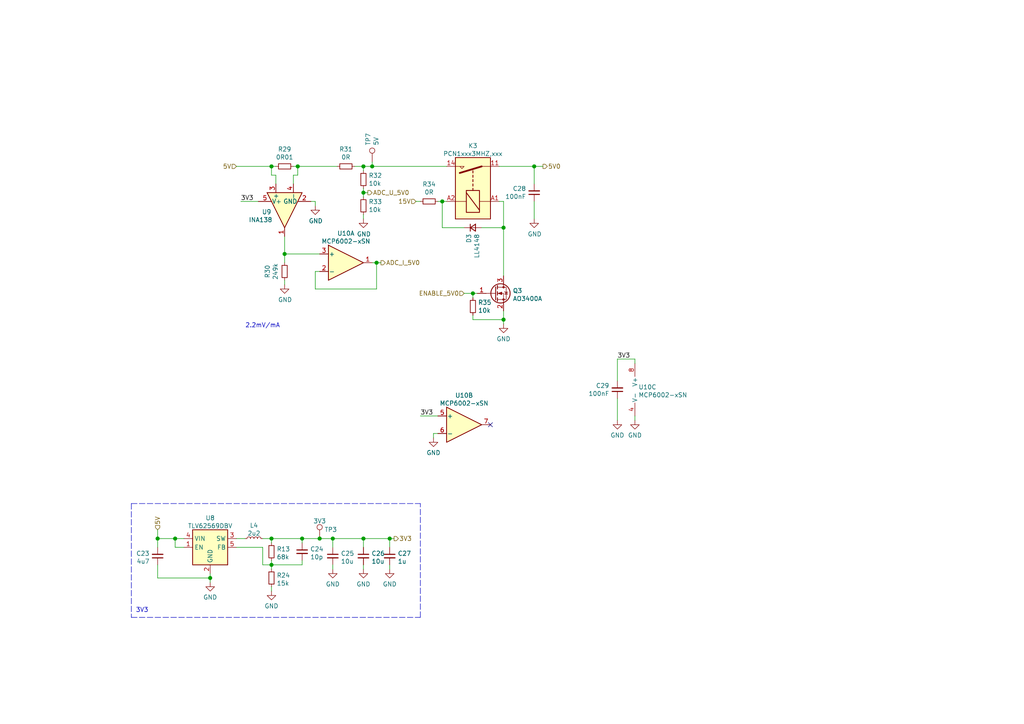
<source format=kicad_sch>
(kicad_sch (version 20211123) (generator eeschema)
  (paper "A4")
  (lib_symbols
    (symbol "Amplifier_Current:INA138" (pin_names (offset 0.127))
      (property "Reference" "U" (at 3.81 5.08 0))
      (property "Value" "INA138" (at 3.81 2.54 0))
      (symbol "INA138_0_1"
        (polyline (pts (xy -5.08 5.08) (xy 5.08 0) (xy -5.08 -5.08) (xy -5.08 5.08)) (stroke (width 0.254)) (fill (type background)))
      )
      (symbol "INA138_1_1"
        (pin output line (at 7.62 0 180) (length 2.54) (name "~") (number "1"))
        (pin power_in line (at -2.54 -7.62 90) (length 3.81) (name "GND") (number "2"))
        (pin input line (at -7.62 2.54 0) (length 2.54) (name "+") (number "3"))
        (pin input line (at -7.62 -2.54 0) (length 2.54) (name "-") (number "4"))
        (pin power_in line (at -2.54 7.62 270) (length 3.81) (name "V+") (number "5"))
      )
    )
    (symbol "Amplifier_Operational:MCP6002-xSN" (pin_names (offset 0.127))
      (property "Reference" "U" (at 0 5.08 0))
      (property "Value" "MCP6002-xSN" (at 0 -5.08 0))
      (symbol "MCP6002-xSN_1_1"
        (polyline (pts (xy -5.08 5.08) (xy 5.08 0) (xy -5.08 -5.08) (xy -5.08 5.08)) (stroke (width 0.254)) (fill (type background)))
        (pin output line (at 7.62 0 180) (length 2.54) (name "~") (number "1"))
        (pin input line (at -7.62 -2.54 0) (length 2.54) (name "-") (number "2"))
        (pin input line (at -7.62 2.54 0) (length 2.54) (name "+") (number "3"))
      )
      (symbol "MCP6002-xSN_2_1"
        (polyline (pts (xy -5.08 5.08) (xy 5.08 0) (xy -5.08 -5.08) (xy -5.08 5.08)) (stroke (width 0.254)) (fill (type background)))
        (pin input line (at -7.62 2.54 0) (length 2.54) (name "+") (number "5"))
        (pin input line (at -7.62 -2.54 0) (length 2.54) (name "-") (number "6"))
        (pin output line (at 7.62 0 180) (length 2.54) (name "~") (number "7"))
      )
      (symbol "MCP6002-xSN_3_1"
        (pin power_in line (at -2.54 -7.62 90) (length 3.81) (name "V-") (number "4"))
        (pin power_in line (at -2.54 7.62 270) (length 3.81) (name "V+") (number "8"))
      )
    )
    (symbol "Connector:TestPoint" (pin_numbers hide) (pin_names (offset 0.762) hide)
      (property "Reference" "TP" (at 0 6.858 0))
      (property "Value" "TestPoint" (at 0 5.08 0))
      (symbol "TestPoint_0_1"
        (circle (center 0 3.302) (radius 0.762))
      )
      (symbol "TestPoint_1_1"
        (pin passive line (at 0 0 90) (length 2.54) (name "1") (number "1"))
      )
    )
    (symbol "Device:C_Small" (pin_numbers hide) (pin_names (offset 0.254) hide)
      (property "Reference" "C" (at 0.254 1.778 0))
      (property "Value" "C_Small" (at 0.254 -2.032 0))
      (symbol "C_Small_0_1"
        (polyline (pts (xy -1.524 -0.508) (xy 1.524 -0.508)) (stroke (width 0.3302)))
        (polyline (pts (xy -1.524 0.508) (xy 1.524 0.508)) (stroke (width 0.3048)))
      )
      (symbol "C_Small_1_1"
        (pin passive line (at 0 2.54 270) (length 2.032) (name "~") (number "1"))
        (pin passive line (at 0 -2.54 90) (length 2.032) (name "~") (number "2"))
      )
    )
    (symbol "Device:D_Small" (pin_numbers hide) (pin_names (offset 0.254) hide)
      (property "Reference" "D" (at -1.27 2.032 0))
      (property "Value" "D_Small" (at -3.81 -2.032 0))
      (symbol "D_Small_0_1"
        (polyline (pts (xy -0.762 -1.016) (xy -0.762 1.016)) (stroke (width 0.254)))
        (polyline (pts (xy -0.762 0) (xy 0.762 0)))
        (polyline (pts (xy 0.762 -1.016) (xy -0.762 0) (xy 0.762 1.016) (xy 0.762 -1.016)) (stroke (width 0.254)))
      )
      (symbol "D_Small_1_1"
        (pin passive line (at -2.54 0 0) (length 1.778) (name "K") (number "1"))
        (pin passive line (at 2.54 0 180) (length 1.778) (name "A") (number "2"))
      )
    )
    (symbol "Device:L_Small" (pin_numbers hide) (pin_names (offset 0.254) hide)
      (property "Reference" "L" (at 0.762 1.016 0))
      (property "Value" "L_Small" (at 0.762 -1.016 0))
      (symbol "L_Small_0_1"
        (arc (start 0 -2.032) (mid 0.508 -1.524) (end 0 -1.016))
        (arc (start 0 -1.016) (mid 0.508 -0.508) (end 0 0))
        (arc (start 0 0) (mid 0.508 0.508) (end 0 1.016))
        (arc (start 0 1.016) (mid 0.508 1.524) (end 0 2.032))
      )
      (symbol "L_Small_1_1"
        (pin passive line (at 0 2.54 270) (length 0.508) (name "~") (number "1"))
        (pin passive line (at 0 -2.54 90) (length 0.508) (name "~") (number "2"))
      )
    )
    (symbol "Device:Q_NMOS_GSD" (pin_names (offset 0) hide)
      (property "Reference" "Q" (at 5.08 1.27 0))
      (property "Value" "Q_NMOS_GSD" (at 5.08 -1.27 0))
      (symbol "Q_NMOS_GSD_0_1"
        (polyline (pts (xy 0.254 0) (xy -2.54 0)))
        (polyline (pts (xy 0.254 1.905) (xy 0.254 -1.905)) (stroke (width 0.254)))
        (polyline (pts (xy 0.762 -1.27) (xy 0.762 -2.286)) (stroke (width 0.254)))
        (polyline (pts (xy 0.762 0.508) (xy 0.762 -0.508)) (stroke (width 0.254)))
        (polyline (pts (xy 0.762 2.286) (xy 0.762 1.27)) (stroke (width 0.254)))
        (polyline (pts (xy 2.54 2.54) (xy 2.54 1.778)))
        (polyline (pts (xy 2.54 -2.54) (xy 2.54 0) (xy 0.762 0)))
        (polyline (pts (xy 0.762 -1.778) (xy 3.302 -1.778) (xy 3.302 1.778) (xy 0.762 1.778)))
        (polyline (pts (xy 1.016 0) (xy 2.032 0.381) (xy 2.032 -0.381) (xy 1.016 0)) (fill (type outline)))
        (polyline (pts (xy 2.794 0.508) (xy 2.921 0.381) (xy 3.683 0.381) (xy 3.81 0.254)))
        (polyline (pts (xy 3.302 0.381) (xy 2.921 -0.254) (xy 3.683 -0.254) (xy 3.302 0.381)))
        (circle (center 1.651 0) (radius 2.794) (stroke (width 0.254)))
        (circle (center 2.54 -1.778) (radius 0.254) (fill (type outline)))
        (circle (center 2.54 1.778) (radius 0.254) (fill (type outline)))
      )
      (symbol "Q_NMOS_GSD_1_1"
        (pin input line (at -5.08 0 0) (length 2.54) (name "G") (number "1"))
        (pin passive line (at 2.54 -5.08 90) (length 2.54) (name "S") (number "2"))
        (pin passive line (at 2.54 5.08 270) (length 2.54) (name "D") (number "3"))
      )
    )
    (symbol "Device:R_Small" (pin_numbers hide) (pin_names (offset 0.254) hide)
      (property "Reference" "R" (at 0.762 0.508 0))
      (property "Value" "R_Small" (at 0.762 -1.016 0))
      (symbol "R_Small_0_1"
        (rectangle (start -0.762 1.778) (end 0.762 -1.778) (stroke (width 0.2032)))
      )
      (symbol "R_Small_1_1"
        (pin passive line (at 0 2.54 270) (length 0.762) (name "~") (number "1"))
        (pin passive line (at 0 -2.54 90) (length 0.762) (name "~") (number "2"))
      )
    )
    (symbol "Regulator_Switching:TLV62569DBV"
      (property "Reference" "U" (at -5.08 6.35 0))
      (property "Value" "TLV62569DBV" (at 0 6.35 0))
      (symbol "TLV62569DBV_0_1"
        (rectangle (start -5.08 5.08) (end 5.08 -5.08) (stroke (width 0.254)) (fill (type background)))
      )
      (symbol "TLV62569DBV_1_1"
        (pin input line (at -7.62 0 0) (length 2.54) (name "EN") (number "1"))
        (pin power_in line (at 0 -7.62 90) (length 2.54) (name "GND") (number "2"))
        (pin power_out line (at 7.62 2.54 180) (length 2.54) (name "SW") (number "3"))
        (pin power_in line (at -7.62 2.54 0) (length 2.54) (name "VIN") (number "4"))
        (pin input line (at 7.62 0 180) (length 2.54) (name "FB") (number "5"))
      )
    )
    (symbol "power:GND" (power) (pin_names (offset 0))
      (property "Value" "GND" (at 0 -3.81 0))
      (symbol "GND_0_1"
        (polyline (pts (xy 0 0) (xy 0 -1.27) (xy 1.27 -1.27) (xy 0 -2.54) (xy -1.27 -1.27) (xy 0 -1.27)))
      )
      (symbol "GND_1_1"
        (pin power_in line (at 0 0 270) (length 0) hide (name "GND") (number "1"))
      )
    )
    (symbol "twam-Misc:PCN1xxx3MHZ,xxx"
      (property "Reference" "K" (at 8.89 3.81 0))
      (property "Value" "PCN1xxx3MHZ,xxx" (at 8.89 1.27 0))
      (symbol "PCN1xxx3MHZ,xxx_0_0"
        (polyline (pts (xy 5.08 5.08) (xy 5.08 2.54) (xy 4.445 3.175) (xy 5.08 3.81)))
      )
      (symbol "PCN1xxx3MHZ,xxx_0_1"
        (rectangle (start -10.16 5.08) (end 7.62 -5.08) (stroke (width 0.254)) (fill (type background)))
        (rectangle (start -8.255 1.905) (end -1.905 -1.905) (stroke (width 0.254)))
        (polyline (pts (xy -7.62 -1.905) (xy -2.54 1.905)) (stroke (width 0.254)))
        (polyline (pts (xy -5.08 -5.08) (xy -5.08 -1.905)))
        (polyline (pts (xy -5.08 5.08) (xy -5.08 1.905)))
        (polyline (pts (xy -1.905 0) (xy -1.27 0)) (stroke (width 0.254)))
        (polyline (pts (xy -0.635 0) (xy 0 0)) (stroke (width 0.254)))
        (polyline (pts (xy 0.635 0) (xy 1.27 0)) (stroke (width 0.254)))
        (polyline (pts (xy 1.905 0) (xy 2.54 0)) (stroke (width 0.254)))
        (polyline (pts (xy 3.175 0) (xy 3.81 0)) (stroke (width 0.254)))
        (polyline (pts (xy 5.08 -2.54) (xy 3.175 3.81)) (stroke (width 0.508)))
        (polyline (pts (xy 5.08 -2.54) (xy 5.08 -5.08)))
      )
      (symbol "PCN1xxx3MHZ,xxx_1_1"
        (pin passive line (at 5.08 -7.62 90) (length 2.54) (name "~") (number "11"))
        (pin passive line (at 5.08 7.62 270) (length 2.54) (name "~") (number "14"))
        (pin passive line (at -5.08 -7.62 90) (length 2.54) (name "~") (number "A1"))
        (pin passive line (at -5.08 7.62 270) (length 2.54) (name "~") (number "A2"))
      )
    )
  )
  (junction (at 128.27 58.42) (diameter 1.016))
  (junction (at 113.03 156.21) (diameter 1.016))
  (junction (at 154.94 48.26) (diameter 1.016))
  (junction (at 146.05 66.04) (diameter 1.016))
  (junction (at 45.72 156.21) (diameter 1.016))
  (junction (at 92.71 156.21) (diameter 1.016))
  (junction (at 107.95 48.26) (diameter 1.016))
  (junction (at 96.52 156.21) (diameter 1.016))
  (junction (at 78.74 163.83) (diameter 1.016))
  (junction (at 146.05 92.71) (diameter 1.016))
  (junction (at 105.41 48.26) (diameter 1.016))
  (junction (at 82.55 73.66) (diameter 1.016))
  (junction (at 105.41 156.21) (diameter 1.016))
  (junction (at 60.96 167.64) (diameter 1.016))
  (junction (at 78.74 156.21) (diameter 1.016))
  (junction (at 105.41 55.88) (diameter 1.016))
  (junction (at 87.63 156.21) (diameter 1.016))
  (junction (at 50.8 156.21) (diameter 1.016))
  (junction (at 78.74 48.26) (diameter 1.016))
  (junction (at 137.16 85.09) (diameter 1.016))
  (junction (at 86.36 48.26) (diameter 1.016))
  (junction (at 109.22 76.2) (diameter 1.016))
  (no_connect (at 142.24 123.19))
  (wire (pts (xy 96.52 156.21) (xy 105.41 156.21)))
  (wire (pts (xy 53.34 156.21) (xy 50.8 156.21)))
  (wire (pts (xy 45.72 163.83) (xy 45.72 167.64)))
  (wire (pts (xy 146.05 66.04) (xy 139.7 66.04)))
  (wire (pts (xy 76.2 163.83) (xy 78.74 163.83)))
  (wire (pts (xy 105.41 55.88) (xy 106.68 55.88)))
  (wire (pts (xy 85.09 50.8) (xy 86.36 50.8)))
  (wire (pts (xy 85.09 53.34) (xy 85.09 50.8)))
  (wire (pts (xy 82.55 81.28) (xy 82.55 82.55)))
  (wire (pts (xy 105.41 48.26) (xy 105.41 49.53)))
  (wire (pts (xy 60.96 166.37) (xy 60.96 167.64)))
  (wire (pts (xy 87.63 156.21) (xy 87.63 157.48)))
  (wire (pts (xy 105.41 54.61) (xy 105.41 55.88)))
  (wire (pts (xy 105.41 55.88) (xy 105.41 57.15)))
  (wire (pts (xy 107.95 48.26) (xy 129.54 48.26)))
  (wire (pts (xy 154.94 48.26) (xy 157.48 48.26)))
  (wire (pts (xy 107.95 46.99) (xy 107.95 48.26)))
  (wire (pts (xy 45.72 167.64) (xy 60.96 167.64)))
  (wire (pts (xy 154.94 48.26) (xy 154.94 53.34)))
  (wire (pts (xy 78.74 48.26) (xy 78.74 50.8)))
  (wire (pts (xy 78.74 50.8) (xy 80.01 50.8)))
  (wire (pts (xy 80.01 50.8) (xy 80.01 53.34)))
  (wire (pts (xy 105.41 62.23) (xy 105.41 63.5)))
  (wire (pts (xy 137.16 85.09) (xy 138.43 85.09)))
  (wire (pts (xy 146.05 92.71) (xy 146.05 93.98)))
  (wire (pts (xy 78.74 163.83) (xy 87.63 163.83)))
  (wire (pts (xy 127 58.42) (xy 128.27 58.42)))
  (wire (pts (xy 87.63 156.21) (xy 92.71 156.21)))
  (wire (pts (xy 92.71 78.74) (xy 91.44 78.74)))
  (wire (pts (xy 60.96 167.64) (xy 60.96 168.91)))
  (wire (pts (xy 113.03 156.21) (xy 114.3 156.21)))
  (wire (pts (xy 82.55 73.66) (xy 92.71 73.66)))
  (wire (pts (xy 92.71 156.21) (xy 96.52 156.21)))
  (wire (pts (xy 137.16 91.44) (xy 137.16 92.71)))
  (wire (pts (xy 45.72 156.21) (xy 45.72 158.75)))
  (wire (pts (xy 86.36 48.26) (xy 86.36 50.8)))
  (wire (pts (xy 45.72 156.21) (xy 50.8 156.21)))
  (wire (pts (xy 105.41 156.21) (xy 105.41 158.75)))
  (polyline (pts (xy 38.1 146.05) (xy 121.92 146.05)) (stroke (width 0) (type dash)))
  (wire (pts (xy 45.72 153.67) (xy 45.72 156.21)))
  (wire (pts (xy 105.41 163.83) (xy 105.41 165.1)))
  (wire (pts (xy 146.05 90.17) (xy 146.05 92.71)))
  (wire (pts (xy 113.03 163.83) (xy 113.03 165.1)))
  (wire (pts (xy 82.55 68.58) (xy 82.55 73.66)))
  (wire (pts (xy 82.55 73.66) (xy 82.55 76.2)))
  (wire (pts (xy 78.74 156.21) (xy 87.63 156.21)))
  (wire (pts (xy 50.8 158.75) (xy 53.34 158.75)))
  (wire (pts (xy 129.54 58.42) (xy 128.27 58.42)))
  (wire (pts (xy 102.87 48.26) (xy 105.41 48.26)))
  (wire (pts (xy 137.16 86.36) (xy 137.16 85.09)))
  (wire (pts (xy 87.63 163.83) (xy 87.63 162.56)))
  (wire (pts (xy 113.03 158.75) (xy 113.03 156.21)))
  (wire (pts (xy 78.74 163.83) (xy 78.74 165.1)))
  (polyline (pts (xy 121.92 179.07) (xy 121.92 146.05)) (stroke (width 0) (type dash)))
  (wire (pts (xy 68.58 156.21) (xy 71.12 156.21)))
  (wire (pts (xy 90.17 58.42) (xy 91.44 58.42)))
  (wire (pts (xy 91.44 59.69) (xy 91.44 58.42)))
  (wire (pts (xy 68.58 158.75) (xy 76.2 158.75)))
  (wire (pts (xy 78.74 156.21) (xy 78.74 157.48)))
  (wire (pts (xy 179.07 115.57) (xy 179.07 121.92)))
  (wire (pts (xy 184.15 120.65) (xy 184.15 121.92)))
  (wire (pts (xy 128.27 58.42) (xy 128.27 66.04)))
  (wire (pts (xy 179.07 110.49) (xy 179.07 104.14)))
  (wire (pts (xy 134.62 85.09) (xy 137.16 85.09)))
  (wire (pts (xy 76.2 156.21) (xy 78.74 156.21)))
  (wire (pts (xy 179.07 104.14) (xy 184.15 104.14)))
  (wire (pts (xy 125.73 125.73) (xy 125.73 127)))
  (wire (pts (xy 127 125.73) (xy 125.73 125.73)))
  (wire (pts (xy 121.92 120.65) (xy 127 120.65)))
  (wire (pts (xy 91.44 78.74) (xy 91.44 83.82)))
  (wire (pts (xy 91.44 83.82) (xy 109.22 83.82)))
  (wire (pts (xy 109.22 83.82) (xy 109.22 76.2)))
  (wire (pts (xy 68.58 48.26) (xy 78.74 48.26)))
  (wire (pts (xy 78.74 48.26) (xy 80.01 48.26)))
  (wire (pts (xy 96.52 163.83) (xy 96.52 165.1)))
  (wire (pts (xy 105.41 156.21) (xy 113.03 156.21)))
  (wire (pts (xy 144.78 48.26) (xy 154.94 48.26)))
  (wire (pts (xy 120.65 58.42) (xy 121.92 58.42)))
  (wire (pts (xy 146.05 58.42) (xy 146.05 66.04)))
  (wire (pts (xy 76.2 158.75) (xy 76.2 163.83)))
  (wire (pts (xy 78.74 170.18) (xy 78.74 171.45)))
  (wire (pts (xy 128.27 66.04) (xy 134.62 66.04)))
  (wire (pts (xy 105.41 48.26) (xy 107.95 48.26)))
  (wire (pts (xy 144.78 58.42) (xy 146.05 58.42)))
  (wire (pts (xy 137.16 92.71) (xy 146.05 92.71)))
  (polyline (pts (xy 38.1 146.05) (xy 38.1 179.07)) (stroke (width 0) (type dash)))
  (wire (pts (xy 109.22 76.2) (xy 110.49 76.2)))
  (polyline (pts (xy 38.1 179.07) (xy 121.92 179.07)) (stroke (width 0) (type dash)))
  (wire (pts (xy 50.8 156.21) (xy 50.8 158.75)))
  (wire (pts (xy 78.74 163.83) (xy 78.74 162.56)))
  (wire (pts (xy 96.52 156.21) (xy 96.52 158.75)))
  (wire (pts (xy 154.94 58.42) (xy 154.94 63.5)))
  (wire (pts (xy 184.15 104.14) (xy 184.15 105.41)))
  (wire (pts (xy 85.09 48.26) (xy 86.36 48.26)))
  (wire (pts (xy 86.36 48.26) (xy 97.79 48.26)))
  (wire (pts (xy 69.85 58.42) (xy 74.93 58.42)))
  (wire (pts (xy 146.05 66.04) (xy 146.05 80.01)))
  (wire (pts (xy 109.22 76.2) (xy 107.95 76.2)))
  (text "2.2mV/mA" (at 71.12 95.25 0) (effects (font (size 1.27 1.27)) (justify left bottom)))
  (text "3V3" (at 39.37 177.8 0) (effects (font (size 1.27 1.27)) (justify left bottom)))
  (label "3V3" (at 121.92 120.65 0))
  (label "3V3" (at 179.07 104.14 0))
  (label "3V3" (at 69.85 58.42 0))
  (hierarchical_label "5V0" (shape output) (at 157.48 48.26 0))
  (hierarchical_label "5V" (shape input) (at 45.72 153.67 90))
  (hierarchical_label "5V" (shape input) (at 68.58 48.26 180))
  (hierarchical_label "ADC_U_5V0" (shape output) (at 106.68 55.88 0))
  (hierarchical_label "ENABLE_5V0" (shape input) (at 134.62 85.09 180))
  (hierarchical_label "ADC_I_5V0" (shape output) (at 110.49 76.2 0))
  (hierarchical_label "15V" (shape input) (at 120.65 58.42 180))
  (hierarchical_label "3V3" (shape output) (at 114.3 156.21 0))
  (symbol (lib_id "Device:C_Small") (at 45.72 161.29 0) (mirror x) (unit 1)
    (property "Reference" "C23" (at 43.3959 160.5291 0) (effects (justify right)))
    (property "Value" "4u7" (at 43.3959 162.8278 0) (effects (justify right)))
    (property "Footprint" "Capacitor_SMD:C_0805_2012Metric" (effects hide))
    (property "LCSC" "C1779" (effects hide))
  )
  (symbol (lib_id "Amplifier_Current:INA138") (at 82.55 60.96 90) (mirror x) (unit 1)
    (property "Reference" "U9" (at 75.9461 61.4691 90) (effects (justify right)))
    (property "Value" "INA138" (at 72.1361 63.7678 90) (effects (justify right)))
    (property "Footprint" "Package_TO_SOT_SMD:SOT-23-5" (effects hide))
    (property "Datasheet" "http://www.ti.com/lit/ds/symlink/ina138.pdf" (effects hide))
    (property "LCSC" "C47914" (effects hide))
  )
  (symbol (lib_id "Device:C_Small") (at 113.03 161.29 0) (unit 1)
    (property "Reference" "C27" (at 115.3542 160.5291 0) (effects (justify left)))
    (property "Value" "1u" (at 115.3542 162.8278 0) (effects (justify left)))
    (property "Footprint" "Capacitor_SMD:C_0805_2012Metric" (effects hide))
    (property "LCSC" "C28323" (effects hide))
  )
  (symbol (lib_id "Device:R_Small") (at 82.55 48.26 270) (unit 1)
    (property "Reference" "R29" (at 82.55 43.2816 90))
    (property "Value" "0R01" (at 82.55 45.593 90))
    (property "Footprint" "Resistor_SMD:R_1206_3216Metric" (effects hide))
    (property "LCSC" "C308574" (effects hide))
  )
  (symbol (lib_id "Device:R_Small") (at 82.55 78.74 0) (unit 1)
    (property "Reference" "R30" (at 77.5716 78.74 90))
    (property "Value" "249k" (at 79.883 78.74 90))
    (property "Footprint" "Resistor_SMD:R_0805_2012Metric" (effects hide))
    (property "LCSC" "C25825" (effects hide))
  )
  (symbol (lib_id "Amplifier_Operational:MCP6002-xSN") (at 134.62 123.19 0) (unit 2)
    (property "Reference" "U10" (at 134.62 114.6768 0))
    (property "Value" "MCP6002-xSN" (at 134.62 116.9755 0))
    (property "Footprint" "Package_SO:SOIC-8_3.9x4.9mm_P1.27mm" (effects hide))
    (property "Datasheet" "http://ww1.microchip.com/downloads/en/DeviceDoc/21733j.pdf" (effects hide))
  )
  (symbol (lib_id "Device:D_Small") (at 137.16 66.04 0) (mirror x) (unit 1)
    (property "Reference" "D3" (at 135.9916 67.818 90) (effects (justify left)))
    (property "Value" "LL4148" (at 138.303 67.818 90) (effects (justify left)))
    (property "Footprint" "Diode_SMD:D_MiniMELF" (effects hide))
    (property "LCSC" "C9808" (effects hide))
  )
  (symbol (lib_id "power:GND") (at 105.41 63.5 0) (unit 1)
    (property "Reference" "#PWR0156" (effects hide))
    (property "Value" "GND" (at 105.537 67.8942 0))
  )
  (symbol (lib_id "Device:R_Small") (at 124.46 58.42 270) (unit 1)
    (property "Reference" "R34" (at 124.46 53.4416 90))
    (property "Value" "0R" (at 124.46 55.753 90))
    (property "Footprint" "Resistor_SMD:R_0805_2012Metric" (effects hide))
    (property "LCSC" "C17477" (effects hide))
  )
  (symbol (lib_id "power:GND") (at 184.15 121.92 0) (unit 1)
    (property "Reference" "#PWR0162" (effects hide))
    (property "Value" "GND" (at 184.15 126.2444 0))
  )
  (symbol (lib_id "Device:R_Small") (at 137.16 88.9 0) (unit 1)
    (property "Reference" "R35" (at 138.6586 87.7316 0) (effects (justify left)))
    (property "Value" "10k" (at 138.6586 90.043 0) (effects (justify left)))
    (property "Footprint" "Resistor_SMD:R_0805_2012Metric" (effects hide))
    (property "LCSC" "C17414" (effects hide))
  )
  (symbol (lib_id "Device:R_Small") (at 105.41 52.07 0) (unit 1)
    (property "Reference" "R32" (at 106.9086 50.9016 0) (effects (justify left)))
    (property "Value" "10k" (at 106.9086 53.213 0) (effects (justify left)))
    (property "Footprint" "Resistor_SMD:R_0805_2012Metric" (effects hide))
    (property "LCSC" "C17414" (effects hide))
  )
  (symbol (lib_id "Device:C_Small") (at 87.63 160.02 0) (unit 1)
    (property "Reference" "C24" (at 89.9542 159.2591 0) (effects (justify left)))
    (property "Value" "10p" (at 89.9542 161.5578 0) (effects (justify left)))
    (property "Footprint" "Capacitor_SMD:C_0805_2012Metric" (effects hide))
    (property "LCSC" "C1785" (effects hide))
  )
  (symbol (lib_id "power:GND") (at 146.05 93.98 0) (unit 1)
    (property "Reference" "#PWR0163" (effects hide))
    (property "Value" "GND" (at 146.05 98.3044 0))
  )
  (symbol (lib_id "power:GND") (at 113.03 165.1 0) (unit 1)
    (property "Reference" "#PWR0165" (effects hide))
    (property "Value" "GND" (at 113.03 169.4244 0))
  )
  (symbol (lib_id "Device:R_Small") (at 78.74 160.02 0) (unit 1)
    (property "Reference" "R13" (at 80.2387 159.2591 0) (effects (justify left)))
    (property "Value" "68k" (at 80.2387 161.5578 0) (effects (justify left)))
    (property "Footprint" "Resistor_SMD:R_0805_2012Metric" (effects hide))
    (property "LCSC" "C17801" (effects hide))
  )
  (symbol (lib_id "Device:R_Small") (at 78.74 167.64 0) (unit 1)
    (property "Reference" "R24" (at 80.2387 166.8791 0) (effects (justify left)))
    (property "Value" "15k" (at 80.2387 169.1778 0) (effects (justify left)))
    (property "Footprint" "Resistor_SMD:R_0805_2012Metric" (effects hide))
    (property "LCSC" "C17475" (effects hide))
  )
  (symbol (lib_id "power:GND") (at 154.94 63.5 0) (unit 1)
    (property "Reference" "#PWR0153" (effects hide))
    (property "Value" "GND" (at 155.067 67.8942 0))
  )
  (symbol (lib_id "power:GND") (at 96.52 165.1 0) (unit 1)
    (property "Reference" "#PWR0167" (effects hide))
    (property "Value" "GND" (at 96.52 169.4244 0))
  )
  (symbol (lib_id "Device:L_Small") (at 73.66 156.21 90) (unit 1)
    (property "Reference" "L4" (at 73.66 152.3958 90))
    (property "Value" "2u2" (at 73.66 154.6945 90))
    (property "Footprint" "Inductor_SMD:L_0805_2012Metric" (effects hide))
    (property "LCSC" "C216156" (effects hide))
  )
  (symbol (lib_id "Device:Q_NMOS_GSD") (at 143.51 85.09 0) (unit 1)
    (property "Reference" "Q3" (at 148.7171 84.3291 0) (effects (justify left)))
    (property "Value" "AO3400A" (at 148.7171 86.6278 0) (effects (justify left)))
    (property "Footprint" "Package_TO_SOT_SMD:TSOT-23" (effects hide))
    (property "LCSC" "C20917" (effects hide))
  )
  (symbol (lib_id "power:GND") (at 91.44 59.69 0) (unit 1)
    (property "Reference" "#PWR0159" (effects hide))
    (property "Value" "GND" (at 91.567 64.0842 0))
  )
  (symbol (lib_id "twam-Misc:PCN1xxx3MHZ,xxx") (at 137.16 53.34 90) (unit 1)
    (property "Reference" "K3" (at 137.16 42.2868 90))
    (property "Value" "PCN1xxx3MHZ,xxx" (at 137.16 44.5855 90))
    (property "Footprint" "twam-Misc:PCN1xxx3MHZ,xxx" (effects hide))
  )
  (symbol (lib_id "Device:R_Small") (at 105.41 59.69 0) (unit 1)
    (property "Reference" "R33" (at 106.9086 58.5216 0) (effects (justify left)))
    (property "Value" "10k" (at 106.9086 60.833 0) (effects (justify left)))
    (property "Footprint" "Resistor_SMD:R_0805_2012Metric" (effects hide))
    (property "LCSC" "C17414" (effects hide))
  )
  (symbol (lib_id "Connector:TestPoint") (at 92.71 156.21 0) (unit 1)
    (property "Reference" "TP3" (at 94.1071 153.6076 0) (effects (justify left)))
    (property "Value" "3V3" (at 92.71 151.13 0))
    (property "Footprint" "TestPoint:TestPoint_Pad_D1.5mm" (effects hide))
  )
  (symbol (lib_id "Device:R_Small") (at 100.33 48.26 270) (unit 1)
    (property "Reference" "R31" (at 100.33 43.2816 90))
    (property "Value" "0R" (at 100.33 45.593 90))
    (property "Footprint" "Resistor_SMD:R_0805_2012Metric" (effects hide))
    (property "LCSC" "C17477" (effects hide))
  )
  (symbol (lib_id "Device:C_Small") (at 179.07 113.03 0) (mirror x) (unit 1)
    (property "Reference" "C29" (at 176.7332 111.8616 0) (effects (justify right)))
    (property "Value" "100nF" (at 176.7332 114.173 0) (effects (justify right)))
    (property "Footprint" "Capacitor_SMD:C_0805_2012Metric" (effects hide))
    (property "LCSC" "C49678" (effects hide))
  )
  (symbol (lib_id "Amplifier_Operational:MCP6002-xSN") (at 100.33 76.2 0) (unit 1)
    (property "Reference" "U10" (at 100.33 67.6868 0))
    (property "Value" "MCP6002-xSN" (at 100.33 69.9855 0))
    (property "Footprint" "Package_SO:SOIC-8_3.9x4.9mm_P1.27mm" (effects hide))
    (property "Datasheet" "http://ww1.microchip.com/downloads/en/DeviceDoc/21733j.pdf" (effects hide))
    (property "LCSC" "C7377" (effects hide))
  )
  (symbol (lib_id "power:GND") (at 105.41 165.1 0) (unit 1)
    (property "Reference" "#PWR0168" (effects hide))
    (property "Value" "GND" (at 105.41 169.4244 0))
  )
  (symbol (lib_id "Amplifier_Operational:MCP6002-xSN") (at 186.69 113.03 0) (unit 3)
    (property "Reference" "U10" (at 185.1661 112.2691 0) (effects (justify left)))
    (property "Value" "MCP6002-xSN" (at 185.1661 114.5678 0) (effects (justify left)))
    (property "Footprint" "Package_SO:SOIC-8_3.9x4.9mm_P1.27mm" (effects hide))
    (property "Datasheet" "http://ww1.microchip.com/downloads/en/DeviceDoc/21733j.pdf" (effects hide))
  )
  (symbol (lib_id "power:GND") (at 60.96 168.91 0) (unit 1)
    (property "Reference" "#PWR0169" (effects hide))
    (property "Value" "GND" (at 60.96 173.2344 0))
  )
  (symbol (lib_id "power:GND") (at 78.74 171.45 0) (unit 1)
    (property "Reference" "#PWR0166" (effects hide))
    (property "Value" "GND" (at 78.74 175.7744 0))
  )
  (symbol (lib_id "power:GND") (at 82.55 82.55 0) (unit 1)
    (property "Reference" "#PWR0160" (effects hide))
    (property "Value" "GND" (at 82.677 86.9442 0))
  )
  (symbol (lib_id "Device:C_Small") (at 154.94 55.88 0) (mirror x) (unit 1)
    (property "Reference" "C28" (at 152.6032 54.7116 0) (effects (justify right)))
    (property "Value" "100nF" (at 152.6032 57.023 0) (effects (justify right)))
    (property "Footprint" "Capacitor_SMD:C_0805_2012Metric" (effects hide))
    (property "LCSC" "C49678" (effects hide))
  )
  (symbol (lib_id "Regulator_Switching:TLV62569DBV") (at 60.96 158.75 0) (unit 1)
    (property "Reference" "U8" (at 60.96 150.2368 0))
    (property "Value" "TLV62569DBV" (at 60.96 152.5355 0))
    (property "Footprint" "Package_TO_SOT_SMD:SOT-23-5" (effects hide))
    (property "Datasheet" "http://www.ti.com/lit/ds/symlink/tlv62569.pdf" (effects hide))
    (property "LCSC" "C141836 " (effects hide))
  )
  (symbol (lib_id "power:GND") (at 179.07 121.92 0) (unit 1)
    (property "Reference" "#PWR0161" (effects hide))
    (property "Value" "GND" (at 179.07 126.2444 0))
  )
  (symbol (lib_id "power:GND") (at 125.73 127 0) (unit 1)
    (property "Reference" "#PWR0164" (effects hide))
    (property "Value" "GND" (at 125.73 131.3244 0))
  )
  (symbol (lib_id "Device:C_Small") (at 105.41 161.29 0) (unit 1)
    (property "Reference" "C26" (at 107.7342 160.5291 0) (effects (justify left)))
    (property "Value" "10u" (at 107.7342 162.8278 0) (effects (justify left)))
    (property "Footprint" "Capacitor_SMD:C_0805_2012Metric" (effects hide))
    (property "LCSC" "C15850" (effects hide))
  )
  (symbol (lib_id "Device:C_Small") (at 96.52 161.29 0) (unit 1)
    (property "Reference" "C25" (at 98.8442 160.5291 0) (effects (justify left)))
    (property "Value" "10u" (at 98.8442 162.8278 0) (effects (justify left)))
    (property "Footprint" "Capacitor_SMD:C_0805_2012Metric" (effects hide))
    (property "LCSC" "C15850" (effects hide))
  )
  (symbol (lib_id "Connector:TestPoint") (at 107.95 46.99 0) (unit 1)
    (property "Reference" "TP7" (at 106.7816 42.2148 90) (effects (justify left)))
    (property "Value" "5V" (at 109.093 42.2148 90) (effects (justify left)))
    (property "Footprint" "TestPoint:TestPoint_Pad_D2.0mm" (effects hide))
  )
)
</source>
